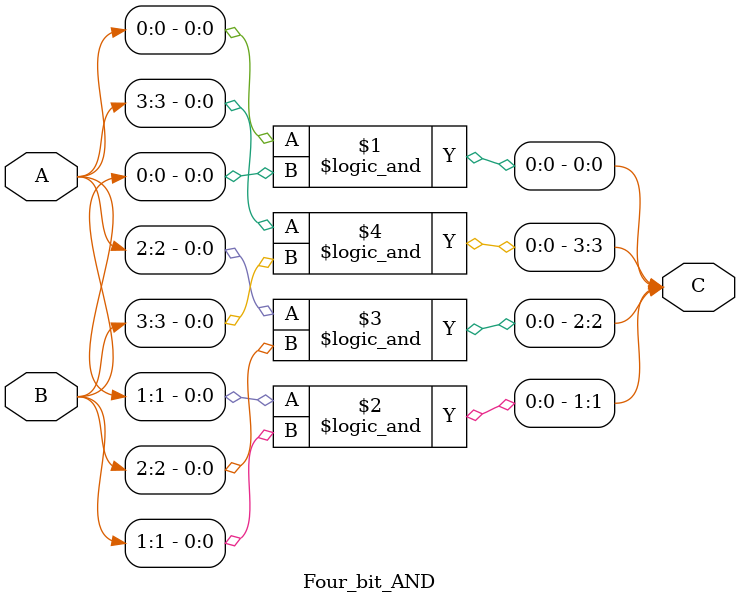
<source format=v>
module Four_bit_AND(A,B,C);

  input [3:0] A, B;
  output [3:0] C;
  
  assign C[0]=A[0] && B[0];
  assign C[1]=A[1] && B[1];
  assign C[2]=A[2] && B[2];
  assign C[3]=A[3] && B[3];
    
endmodule
</source>
